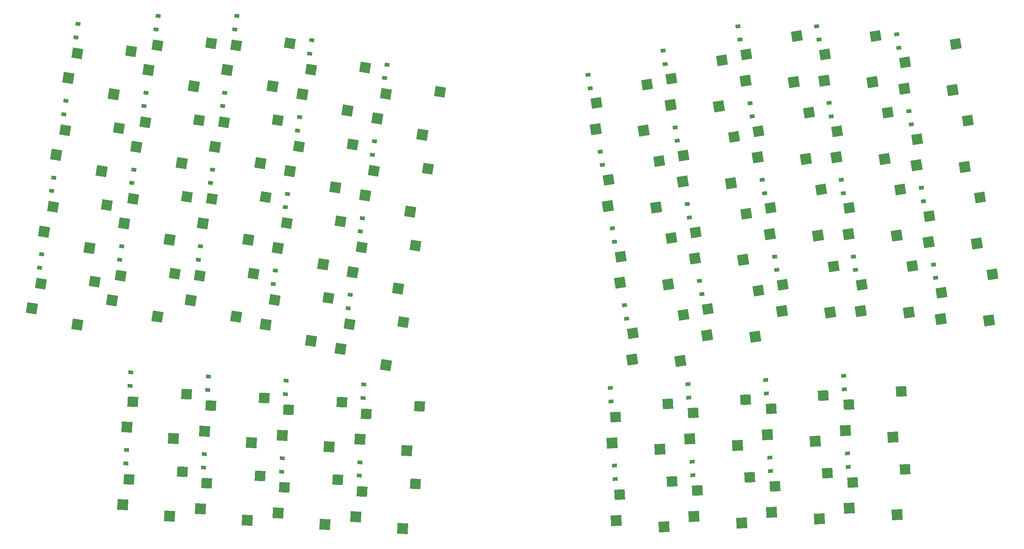
<source format=gbr>
%TF.GenerationSoftware,KiCad,Pcbnew,9.0.2-9.0.2-0~ubuntu24.04.1*%
%TF.CreationDate,2025-06-01T16:16:24+02:00*%
%TF.ProjectId,gandalf,67616e64-616c-4662-9e6b-696361645f70,v1.0.0*%
%TF.SameCoordinates,Original*%
%TF.FileFunction,Paste,Bot*%
%TF.FilePolarity,Positive*%
%FSLAX46Y46*%
G04 Gerber Fmt 4.6, Leading zero omitted, Abs format (unit mm)*
G04 Created by KiCad (PCBNEW 9.0.2-9.0.2-0~ubuntu24.04.1) date 2025-06-01 16:16:24*
%MOMM*%
%LPD*%
G01*
G04 APERTURE LIST*
G04 Aperture macros list*
%AMRotRect*
0 Rectangle, with rotation*
0 The origin of the aperture is its center*
0 $1 length*
0 $2 width*
0 $3 Rotation angle, in degrees counterclockwise*
0 Add horizontal line*
21,1,$1,$2,0,0,$3*%
G04 Aperture macros list end*
%ADD10RotRect,0.900000X1.200000X279.000000*%
%ADD11RotRect,0.900000X1.200000X261.000000*%
%ADD12RotRect,0.900000X1.200000X267.000000*%
%ADD13RotRect,0.900000X1.200000X273.000000*%
%ADD14RotRect,2.600000X2.600000X189.000000*%
%ADD15RotRect,2.550000X2.500000X9.000000*%
%ADD16RotRect,2.600000X2.600000X171.000000*%
%ADD17RotRect,2.550000X2.500000X351.000000*%
%ADD18RotRect,2.600000X2.600000X177.000000*%
%ADD19RotRect,2.550000X2.500000X357.000000*%
%ADD20RotRect,2.600000X2.600000X183.000000*%
%ADD21RotRect,2.550000X2.500000X3.000000*%
G04 APERTURE END LIST*
D10*
%TO.C,D35*%
X231779473Y-71436408D03*
X231263239Y-68177036D03*
%TD*%
D11*
%TO.C,D2*%
X79009000Y-83721216D03*
X79525234Y-80461844D03*
%TD*%
%TO.C,D7*%
X101529507Y-62988943D03*
X102045741Y-59729571D03*
%TD*%
%TO.C,D14*%
X136089402Y-87699536D03*
X136605636Y-84440164D03*
%TD*%
%TO.C,D17*%
X151413924Y-112400934D03*
X151930158Y-109141562D03*
%TD*%
%TO.C,D12*%
X123737142Y-44232060D03*
X124253376Y-40972688D03*
%TD*%
D10*
%TO.C,D39*%
X213482699Y-77371728D03*
X212966465Y-74112356D03*
%TD*%
D12*
%TO.C,D42*%
X98147963Y-131380504D03*
X98320671Y-128085028D03*
%TD*%
D10*
%TO.C,D36*%
X228807223Y-52670337D03*
X228290989Y-49410965D03*
%TD*%
%TO.C,D27*%
X269311630Y-65491902D03*
X268795396Y-62232530D03*
%TD*%
%TO.C,D40*%
X210510444Y-58605648D03*
X209994210Y-55346276D03*
%TD*%
D11*
%TO.C,D4*%
X84953506Y-46189053D03*
X85469740Y-42929681D03*
%TD*%
%TO.C,D10*%
X117792633Y-81764218D03*
X118308867Y-78504846D03*
%TD*%
%TO.C,D6*%
X98557253Y-81755028D03*
X99073487Y-78495656D03*
%TD*%
D13*
%TO.C,D54*%
X234570185Y-134206649D03*
X234397477Y-130911171D03*
%TD*%
D10*
%TO.C,D37*%
X219427210Y-114903881D03*
X218910976Y-111644509D03*
%TD*%
D11*
%TO.C,D1*%
X76036743Y-102487287D03*
X76552977Y-99227915D03*
%TD*%
%TO.C,D11*%
X120764887Y-62998135D03*
X121281121Y-59738763D03*
%TD*%
D10*
%TO.C,D33*%
X237723985Y-108968565D03*
X237207751Y-105709193D03*
%TD*%
D11*
%TO.C,D19*%
X157358439Y-74868773D03*
X157874673Y-71609401D03*
%TD*%
D10*
%TO.C,D26*%
X272283884Y-84257978D03*
X271767650Y-80998606D03*
%TD*%
%TO.C,D23*%
X288859884Y-67458082D03*
X288343650Y-64198710D03*
%TD*%
%TO.C,D32*%
X247103996Y-46735008D03*
X246587762Y-43475636D03*
%TD*%
%TO.C,D30*%
X253048503Y-84267164D03*
X252532269Y-81007792D03*
%TD*%
D12*
%TO.C,D45*%
X135101510Y-152343231D03*
X135274218Y-149047755D03*
%TD*%
D11*
%TO.C,D5*%
X95584992Y-100521110D03*
X96101226Y-97261738D03*
%TD*%
%TO.C,D8*%
X104501761Y-44222870D03*
X105017995Y-40963498D03*
%TD*%
D10*
%TO.C,D24*%
X285887633Y-48692003D03*
X285371399Y-45432631D03*
%TD*%
D12*
%TO.C,D44*%
X117121932Y-132374887D03*
X117294640Y-129079411D03*
%TD*%
D10*
%TO.C,D28*%
X266339371Y-46725822D03*
X265823137Y-43466450D03*
%TD*%
%TO.C,D21*%
X294804394Y-104990248D03*
X294288160Y-101730876D03*
%TD*%
D11*
%TO.C,D9*%
X114820376Y-100530295D03*
X115336610Y-97270923D03*
%TD*%
%TO.C,D3*%
X81981253Y-64955134D03*
X82497487Y-61695762D03*
%TD*%
D10*
%TO.C,D34*%
X234751731Y-90202485D03*
X234235497Y-86943113D03*
%TD*%
D12*
%TO.C,D43*%
X116127546Y-151348850D03*
X116300254Y-148053374D03*
%TD*%
%TO.C,D41*%
X97153588Y-150354470D03*
X97326296Y-147058994D03*
%TD*%
D11*
%TO.C,D18*%
X154386181Y-93634858D03*
X154902415Y-90375486D03*
%TD*%
D10*
%TO.C,D29*%
X256020763Y-103033241D03*
X255504529Y-99773869D03*
%TD*%
%TO.C,D22*%
X291832141Y-86224161D03*
X291315907Y-82964789D03*
%TD*%
D12*
%TO.C,D46*%
X136095889Y-133369278D03*
X136268597Y-130073802D03*
%TD*%
%TO.C,D47*%
X154075467Y-153337613D03*
X154248175Y-150042137D03*
%TD*%
D10*
%TO.C,D38*%
X216454948Y-96137805D03*
X215938714Y-92878433D03*
%TD*%
D11*
%TO.C,D13*%
X133117159Y-106465617D03*
X133633393Y-103206245D03*
%TD*%
D12*
%TO.C,D48*%
X155069853Y-134363658D03*
X155242561Y-131068182D03*
%TD*%
D13*
%TO.C,D55*%
X216590608Y-154174988D03*
X216417900Y-150879510D03*
%TD*%
%TO.C,D51*%
X254538525Y-152186224D03*
X254365817Y-148890746D03*
%TD*%
%TO.C,D53*%
X235564569Y-153180606D03*
X235391861Y-149885128D03*
%TD*%
%TO.C,D52*%
X253544144Y-133212268D03*
X253371436Y-129916790D03*
%TD*%
%TO.C,D50*%
X272518105Y-132217880D03*
X272345397Y-128922402D03*
%TD*%
D11*
%TO.C,D20*%
X160330693Y-56102698D03*
X160846927Y-52843326D03*
%TD*%
D10*
%TO.C,D31*%
X250076248Y-65501089D03*
X249560014Y-62241717D03*
%TD*%
D11*
%TO.C,D15*%
X139061661Y-68933460D03*
X139577895Y-65674088D03*
%TD*%
%TO.C,D16*%
X142033914Y-50167381D03*
X142550148Y-46908009D03*
%TD*%
D13*
%TO.C,D49*%
X273512488Y-151191842D03*
X273339780Y-147896364D03*
%TD*%
D10*
%TO.C,D25*%
X275256139Y-103024057D03*
X274739905Y-99764685D03*
%TD*%
D13*
%TO.C,D56*%
X215596229Y-135201028D03*
X215423521Y-131905550D03*
%TD*%
D14*
%TO.C,S31*%
X251384623Y-75519759D03*
D15*
X251576000Y-69121043D03*
D14*
X263136580Y-75885856D03*
D15*
X263946503Y-64590087D03*
%TD*%
D16*
%TO.C,S16*%
X140182312Y-60100013D03*
D17*
X142341634Y-54073611D03*
D16*
X151245956Y-64079745D03*
D17*
X155506825Y-53587114D03*
%TD*%
D16*
%TO.C,S15*%
X137210059Y-78866089D03*
D17*
X139369381Y-72839687D03*
D16*
X148273703Y-82845821D03*
D17*
X152534572Y-72353190D03*
%TD*%
D16*
%TO.C,S14*%
X134237804Y-97632172D03*
D17*
X136397126Y-91605770D03*
D16*
X145301448Y-101611904D03*
D17*
X149562317Y-91119273D03*
%TD*%
D16*
%TO.C,S13*%
X131265546Y-116398244D03*
D17*
X133424868Y-110371842D03*
D16*
X142329190Y-120377976D03*
D17*
X146590059Y-109885345D03*
%TD*%
D16*
%TO.C,S12*%
X121885534Y-54164695D03*
D17*
X124044856Y-48138293D03*
D16*
X132949178Y-58144427D03*
D17*
X137210047Y-47651796D03*
%TD*%
D16*
%TO.C,S11*%
X118913281Y-72930768D03*
D17*
X121072603Y-66904366D03*
D16*
X129976925Y-76910500D03*
D17*
X134237794Y-66417869D03*
%TD*%
D16*
%TO.C,S10*%
X115941031Y-91696852D03*
D17*
X118100353Y-85670450D03*
D16*
X127004675Y-95676584D03*
D17*
X131265544Y-85183953D03*
%TD*%
D16*
%TO.C,S9*%
X112968774Y-110462926D03*
D17*
X115128096Y-104436524D03*
D16*
X124032418Y-114442658D03*
D17*
X128293287Y-103950027D03*
%TD*%
D18*
%TO.C,S46*%
X135292678Y-143441040D03*
D19*
X136810240Y-137221935D03*
D18*
X146711710Y-146242505D03*
D19*
X149852457Y-135361968D03*
%TD*%
D18*
%TO.C,S44*%
X116318721Y-142446657D03*
D19*
X117836283Y-136227552D03*
D18*
X127737753Y-145248122D03*
D19*
X130878500Y-134367585D03*
%TD*%
D20*
%TO.C,S50*%
X272772077Y-142318431D03*
D21*
X273631253Y-135974772D03*
D20*
X284421388Y-143910936D03*
D21*
X286407604Y-132761705D03*
%TD*%
D18*
%TO.C,S43*%
X115324326Y-161420614D03*
D19*
X116841888Y-155201509D03*
D18*
X126743358Y-164222079D03*
D19*
X129884105Y-153341542D03*
%TD*%
D14*
%TO.C,S30*%
X254356876Y-94285835D03*
D15*
X254548253Y-87887119D03*
D14*
X266108833Y-94651932D03*
D15*
X266918756Y-83356163D03*
%TD*%
D14*
%TO.C,S29*%
X257329134Y-113051911D03*
D15*
X257520511Y-106653195D03*
D14*
X269081091Y-113418008D03*
D15*
X269891014Y-102122239D03*
%TD*%
D14*
%TO.C,S28*%
X267647749Y-56744490D03*
D15*
X267839126Y-50345774D03*
D14*
X279399706Y-57110587D03*
D15*
X280209629Y-45814818D03*
%TD*%
D14*
%TO.C,S27*%
X270620005Y-75510566D03*
D15*
X270811382Y-69111850D03*
D14*
X282371962Y-75876663D03*
D15*
X283181885Y-64580894D03*
%TD*%
D14*
%TO.C,S23*%
X290168253Y-77476758D03*
D15*
X290359630Y-71078042D03*
D14*
X301920210Y-77842855D03*
D15*
X302730133Y-66547086D03*
%TD*%
D14*
%TO.C,S39*%
X214791075Y-87390403D03*
D15*
X214982452Y-80991687D03*
D14*
X226543032Y-87756500D03*
D15*
X227352955Y-76460731D03*
%TD*%
D16*
%TO.C,S8*%
X102650159Y-54155498D03*
D17*
X104809481Y-48129096D03*
D16*
X113713803Y-58135230D03*
D17*
X117974672Y-47642599D03*
%TD*%
D20*
%TO.C,S49*%
X273766466Y-161292396D03*
D21*
X274625642Y-154948737D03*
D20*
X285415777Y-162884901D03*
D21*
X287401993Y-151735670D03*
%TD*%
D20*
%TO.C,S56*%
X215850199Y-145301577D03*
D21*
X216709375Y-138957918D03*
D20*
X227499510Y-146894082D03*
D21*
X229485726Y-135744851D03*
%TD*%
D16*
%TO.C,S7*%
X99677901Y-72921576D03*
D17*
X101837223Y-66895174D03*
D16*
X110741545Y-76901308D03*
D17*
X115002414Y-66408677D03*
%TD*%
D16*
%TO.C,S6*%
X96705649Y-91687649D03*
D17*
X98864971Y-85661247D03*
D16*
X107769293Y-95667381D03*
D17*
X112030162Y-85174750D03*
%TD*%
D16*
%TO.C,S5*%
X93733393Y-110453736D03*
D17*
X95892715Y-104427334D03*
D16*
X104797037Y-114433468D03*
D17*
X109057906Y-103940837D03*
%TD*%
D16*
%TO.C,S4*%
X83101907Y-56121686D03*
D17*
X85261229Y-50095284D03*
D16*
X94165551Y-60101418D03*
D17*
X98426420Y-49608787D03*
%TD*%
D20*
%TO.C,S55*%
X216844580Y-164275540D03*
D21*
X217703756Y-157931881D03*
D20*
X228493891Y-165868045D03*
D21*
X230480107Y-154718814D03*
%TD*%
D14*
%TO.C,S26*%
X273592259Y-94276645D03*
D15*
X273783636Y-87877929D03*
D14*
X285344216Y-94642742D03*
D15*
X286154139Y-83346973D03*
%TD*%
D16*
%TO.C,S3*%
X80129646Y-74887770D03*
D17*
X82288968Y-68861368D03*
D16*
X91193290Y-78867502D03*
D17*
X95454159Y-68374871D03*
%TD*%
D16*
%TO.C,S2*%
X77157392Y-93653849D03*
D17*
X79316714Y-87627447D03*
D16*
X88221036Y-97633581D03*
D17*
X92481905Y-87140950D03*
%TD*%
D16*
%TO.C,S1*%
X74185138Y-112419918D03*
D17*
X76344460Y-106393516D03*
D16*
X85248782Y-116399650D03*
D17*
X89509651Y-105907019D03*
%TD*%
D14*
%TO.C,S25*%
X276564516Y-113042727D03*
D15*
X276755893Y-106644011D03*
D14*
X288316473Y-113408824D03*
D15*
X289126396Y-102113055D03*
%TD*%
D14*
%TO.C,S24*%
X287196001Y-58710675D03*
D15*
X287387378Y-52311959D03*
D14*
X298947958Y-59076772D03*
D15*
X299757881Y-47781003D03*
%TD*%
D14*
%TO.C,S22*%
X293140515Y-96242838D03*
D15*
X293331892Y-89844122D03*
D14*
X304892472Y-96608935D03*
D15*
X305702395Y-85313166D03*
%TD*%
D14*
%TO.C,S21*%
X296112768Y-115008913D03*
D15*
X296304145Y-108610197D03*
D14*
X307864725Y-115375010D03*
D15*
X308674648Y-104079241D03*
%TD*%
D16*
%TO.C,S20*%
X158479089Y-66035334D03*
D17*
X160638411Y-60008932D03*
D16*
X169542733Y-70015066D03*
D17*
X173803602Y-59522435D03*
%TD*%
D14*
%TO.C,S38*%
X217763329Y-106156475D03*
D15*
X217954706Y-99757759D03*
D14*
X229515286Y-106522572D03*
D15*
X230325209Y-95226803D03*
%TD*%
D18*
%TO.C,S45*%
X134298296Y-162415002D03*
D19*
X135815858Y-156195897D03*
D18*
X145717328Y-165216467D03*
D19*
X148858075Y-154335930D03*
%TD*%
D14*
%TO.C,S37*%
X220735588Y-124922557D03*
D15*
X220926965Y-118523841D03*
D14*
X232487545Y-125288654D03*
D15*
X233297468Y-113992885D03*
%TD*%
D18*
%TO.C,S48*%
X154266636Y-144435426D03*
D19*
X155784198Y-138216321D03*
D18*
X165685668Y-147236891D03*
D19*
X168826415Y-136356354D03*
%TD*%
D18*
%TO.C,S42*%
X97344749Y-141452273D03*
D19*
X98862311Y-135233168D03*
D18*
X108763781Y-144253738D03*
D19*
X111904528Y-133373201D03*
%TD*%
D20*
%TO.C,S54*%
X234824155Y-144307202D03*
D21*
X235683331Y-137963543D03*
D20*
X246473466Y-145899707D03*
D21*
X248459682Y-134750476D03*
%TD*%
D18*
%TO.C,S41*%
X96350370Y-160426230D03*
D19*
X97867932Y-154207125D03*
D18*
X107769402Y-163227695D03*
D19*
X110910149Y-152347158D03*
%TD*%
D16*
%TO.C,S19*%
X155506834Y-84801407D03*
D17*
X157666156Y-78775005D03*
D16*
X166570478Y-88781139D03*
D17*
X170831347Y-78288508D03*
%TD*%
D16*
%TO.C,S18*%
X152534580Y-103567487D03*
D17*
X154693902Y-97541085D03*
D16*
X163598224Y-107547219D03*
D17*
X167859093Y-97054588D03*
%TD*%
D18*
%TO.C,S47*%
X153272254Y-163409379D03*
D19*
X154789816Y-157190274D03*
D18*
X164691286Y-166210844D03*
D19*
X167832033Y-155330307D03*
%TD*%
D20*
%TO.C,S53*%
X235818540Y-163281160D03*
D21*
X236677716Y-156937501D03*
D20*
X247467851Y-164873665D03*
D21*
X249454067Y-153724434D03*
%TD*%
D14*
%TO.C,S36*%
X230115594Y-62689001D03*
D15*
X230306971Y-56290285D03*
D14*
X241867551Y-63055098D03*
D15*
X242677474Y-51759329D03*
%TD*%
D20*
%TO.C,S52*%
X253798120Y-143312814D03*
D21*
X254657296Y-136969155D03*
D20*
X265447431Y-144905319D03*
D21*
X267433647Y-133756088D03*
%TD*%
D14*
%TO.C,S40*%
X211818822Y-68624318D03*
D15*
X212010199Y-62225602D03*
D14*
X223570779Y-68990415D03*
D15*
X224380702Y-57694646D03*
%TD*%
D16*
%TO.C,S17*%
X149562320Y-122333566D03*
D17*
X151721642Y-116307164D03*
D16*
X160625964Y-126313298D03*
D17*
X164886833Y-115820667D03*
%TD*%
D20*
%TO.C,S51*%
X254792495Y-162286780D03*
D21*
X255651671Y-155943121D03*
D20*
X266441806Y-163879285D03*
D21*
X268428022Y-152730054D03*
%TD*%
D14*
%TO.C,S35*%
X233087848Y-81455079D03*
D15*
X233279225Y-75056363D03*
D14*
X244839805Y-81821176D03*
D15*
X245649728Y-70525407D03*
%TD*%
D14*
%TO.C,S32*%
X248412370Y-56753677D03*
D15*
X248603747Y-50354961D03*
D14*
X260164327Y-57119774D03*
D15*
X260974250Y-45824005D03*
%TD*%
D14*
%TO.C,S34*%
X236060103Y-100221158D03*
D15*
X236251480Y-93822442D03*
D14*
X247812060Y-100587255D03*
D15*
X248621983Y-89291486D03*
%TD*%
D14*
%TO.C,S33*%
X239032358Y-118987234D03*
D15*
X239223735Y-112588518D03*
D14*
X250784315Y-119353331D03*
D15*
X251594238Y-108057562D03*
%TD*%
M02*

</source>
